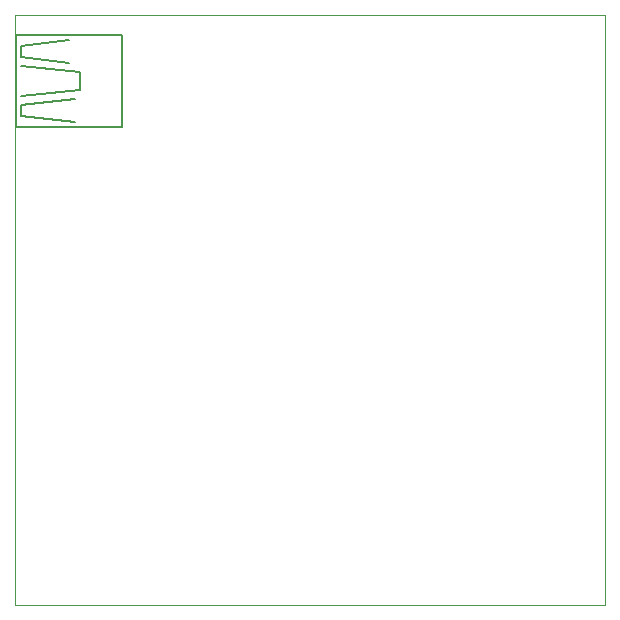
<source format=gbo>
G75*
%MOIN*%
%OFA0B0*%
%FSLAX25Y25*%
%IPPOS*%
%LPD*%
%AMOC8*
5,1,8,0,0,1.08239X$1,22.5*
%
%ADD10C,0.00000*%
%ADD11C,0.00500*%
D10*
X0009201Y0009713D02*
X0009201Y0206563D01*
X0206051Y0206563D01*
X0206051Y0009713D01*
X0009201Y0009713D01*
D11*
X0009437Y0169083D02*
X0044870Y0169083D01*
X0044870Y0199791D01*
X0009437Y0199791D01*
X0009437Y0169083D01*
X0011406Y0172626D02*
X0011406Y0176563D01*
X0029122Y0178531D01*
X0031091Y0181484D02*
X0011406Y0179516D01*
X0011406Y0172626D02*
X0029122Y0170657D01*
X0031091Y0181484D02*
X0031091Y0187390D01*
X0011406Y0189358D01*
X0011406Y0192311D02*
X0027154Y0190343D01*
X0027154Y0198217D02*
X0011406Y0196248D01*
X0011406Y0192311D01*
M02*

</source>
